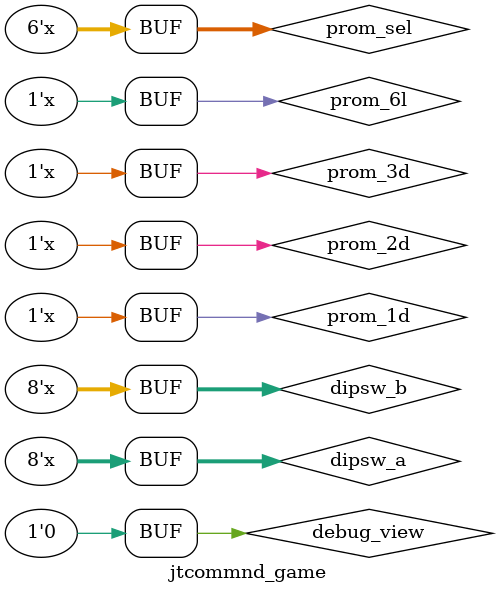
<source format=v>
/*  This file is part of JTCORES.
    JTCORES program is free software: you can redistribute it and/or modify
    it under the terms of the GNU General Public License as published by
    the Free Software Foundation, either version 3 of the License, or
    (at your option) any later version.

    JTCORES program is distributed in the hope that it will be useful,
    but WITHOUT ANY WARRANTY; without even the implied warranty of
    MERCHANTABILITY or FITNESS FOR A PARTICULAR PURPOSE.  See the
    GNU General Public License for more details.

    You should have received a copy of the GNU General Public License
    along with JTCORES.  If not, see <http://www.gnu.org/licenses/>.

    Author: Jose Tejada Gomez. Twitter: @topapate
    Version: 1.0
    Date: 29-6-2019 */


module jtcommnd_game(
    `include "jtframe_game_ports.inc" // see $JTFRAME/hdl/inc/jtframe_game_ports.inc
);

wire [ 8:0] V, H;
wire        HINIT, preLVBL, preLHBL;
wire [10:0] scr_hpos, scr_vpos;

wire [12:0] cpu_AB;
wire        flip;
wire [ 7:0] cpu_dout, char_dout, scr_dout;
wire        rd, cpu_cen, char_busy, scr_busy,
            char_cs, scr_cs, RnW;

wire [ 7:0] dipsw_a, dipsw_b;

// sound
wire sres_b, snd_int;
wire [7:0] snd_latch;

// OBJ
wire OKOUT, blcnten, bus_req, bus_ack;
wire [ 8:0] obj_AB;
wire [7:0] main_ram;

reg  [5:0] prom_sel;

wire LHBL_obj, LVBL_obj;
wire prom_1d = prom_sel[0];
wire prom_2d = prom_sel[1];
wire prom_3d = prom_sel[2];
// wire prom_1h = prom_sel[3];
// wire prom_6e = prom_sel[4];
wire prom_6l = prom_sel[5];

assign pxl2_cen = cen12;
assign pxl_cen  = cen6;

assign {dipsw_b, dipsw_a} = dipsw[15:0];
assign dip_flip = flip;
assign debug_view = 0;

jtgng_timer u_timer(
    .clk       ( clk      ),
    .cen6      ( cen6     ),
    .V         ( V        ),
    .H         ( H        ),
    .Hinit     ( HINIT    ),
    .LHBL      ( preLHBL  ),
    .LVBL      ( preLVBL  ),
    .LHBL_obj  ( LHBL_obj ),
    .LVBL_obj  ( LVBL_obj ),
    .HS        ( HS       ),
    .VS        ( VS       ),
    .Vinit     (          )
);

always @* begin
    prom_sel = 0;
    prom_sel[ prog_addr[10:8] ] = 1;
end

jtcommnd_main u_main(
    .rst        ( rst           ),
    .clk        ( clk           ),
    .cen6       ( cen6          ),
    .cen3       ( cen3          ),
    .cpu_cen    ( cpu_cen       ),
    .cen_sel     ( 1'b1         ),  // select 6 MHz see issue #22
    // Timing
    .flip       ( flip          ),
    .V          ( V             ),
    .LHBL       ( LHBL          ),
    .LVBL       ( LVBL          ),
    .H1         ( H[0]          ),
    // sound
    .sres_b     ( sres_b        ),
    .snd_latch  ( snd_latch     ),
    .snd_int    ( snd_int       ),
    // CHAR
    .char_dout  ( char_dout     ),
    .cpu_dout   ( cpu_dout      ),
    .char_cs    ( char_cs       ),
    .char_busy  ( char_busy     ),
    // SCROLL
    .scr_dout   ( scr_dout      ),
    .scr_cs     ( scr_cs        ),
    .scr_busy   ( scr_busy      ),
    .scr_hpos   ( scr_hpos      ),
    .scr_vpos   ( scr_vpos      ),
    // OBJ - bus sharing
    .obj_AB     ( obj_AB        ),
    .cpu_AB     ( cpu_AB        ),
    .ram_dout   ( main_ram      ),
    .OKOUT      ( OKOUT         ),
    .blcnten    ( blcnten       ),
    .bus_req    ( bus_req       ),
    .bus_ack    ( bus_ack       ),
    // ROM
    .rom_cs     ( main_cs       ),
    .rom_addr   ( main_addr     ),
    .rom_data   ( main_data     ),
    .rom_ok     ( main_ok       ),
    // Cabinet input
    .cab_1p     ( cab_1p[1:0]   ),
    .coin       ( coin[1:0]     ),
    .service    ( service       ),
    .joystick1  ( joystick1[5:0]),
    .joystick2  ( joystick2[5:0]),

    .RnW        ( RnW           ),
    // PROM 6L (interrupts)
    .prog_addr  ( prog_addr[7:0]),
    .prom_6l_we ( prom_6l       ),
    .prog_din   ( prog_data[3:0]),
    // DIP switches
    .dip_pause  ( dip_pause     ),
    .dipsw_a    ( dipsw_a       ),
    .dipsw_b    ( dipsw_b       ),
    // Unused pins
    .blue_cs     (              ),
    .redgreen_cs (              ),
    .char_on     (              ),
    .snd2_latch  (              ),
    .scr2_hpos   (              ),
    .scr1_on     (              ),
    .scr2_on     (              ),
    .obj_on      (              ),
    .scr1_pal    (              ),
    .scr2_pal    (              )
);

jtgng_sound #(.LAYOUT(1)) u_sound (
    .rst            ( rst            ),
    .clk            ( clk            ),
    .cen3           ( cen3           ),
    .cen1p5         ( cen1p5         ),
    // Interface with main CPU
    .sres_b         ( sres_b         ),
    .snd_latch      ( snd_latch      ),
    .snd_int        ( snd_int        ),
    // ROM
    .rom_addr       ( snd_addr       ),
    .rom_data       ( snd_data       ),
    .rom_cs         ( snd_cs         ),
    .rom_ok         ( snd_ok         ),
    // sound output
    .fm0            ( fm0            ),
    .fm1            ( fm1            ),
    .psg0           ( psg0           ),
    .psg1           ( psg1           ),
    // Unused
    .debug_bus      ( debug_bus      ),
    .debug_view     (                ),
    .mcu_sdin       ( 8'd0           ),
    .mcu_srd        (                ),
    .snd2_latch     (                )
);

jtgng_video #(
    .OBJ_PAL      (2'b10),
    .PALETTE_PROM (1),
    .SCRWIN       (0),
    .PALETTE_RED  ("../../../rom/commando/vtb1.1d"),
    .PALETTE_GREEN("../../../rom/commando/vtb2.2d"),
    .PALETTE_BLUE ("../../../rom/commando/vtb3.3d")
) u_video(
    .rst        ( rst           ),
    .clk        ( clk           ),
    .cen12      ( cen12         ),
    .cen6       ( cen6          ),
    .cpu_AB     ( cpu_AB[10:0]  ),
    .V          ( V[7:0]        ),
    .H          ( H             ),
    .RnW        ( RnW           ),
    .flip       ( flip          ),
    .cpu_dout   ( cpu_dout      ),
    // CHAR
    .char_cs    ( char_cs       ),
    .char_dout  ( char_dout     ),
    .char_addr  ( char_addr     ),
    .char_data  ( char_data     ),
    .char_busy  ( char_busy     ),
    .char_ok    ( char_ok       ),
    // SCROLL - ROM
    .scr_cs     ( scr_cs        ),
    .scr_dout   ( scr_dout      ),
    .scr_addr   ( scr_addr      ),
    .scr_data   ( scr_data[23:0]),
    .scr_busy   ( scr_busy      ),
    .scr_hpos   ( scr_hpos[8:0] ),
    .scr_vpos   ( scr_vpos[8:0] ),
    .scr_ok     ( scr_ok        ),
    // OBJ
    .HINIT      ( HINIT         ),
    .obj_AB     ( obj_AB        ),
    .main_ram   ( main_ram      ),
    .obj_addr   ( obj_addr      ),
    .obj_data   ( obj_data      ),
    .obj_ok     ( obj_ok        ),
    .OKOUT      ( OKOUT         ),
    .bus_req    ( bus_req       ), // Request bus
    .bus_ack    ( bus_ack       ), // bus acknowledge
    .blcnten    ( blcnten       ), // bus line counter enable
    // PROMs
    .prog_addr    ( prog_addr[7:0]),
    .prom_red_we  ( prom_1d       ),
    .prom_green_we( prom_2d       ),
    .prom_blue_we ( prom_3d       ),
    .prom_din     ( prog_data[3:0]),
    // Color Mix
    .LHBL       ( LHBL          ),
    .LVBL       ( LVBL          ),
    .LHBL_obj   ( LHBL_obj      ),
    .LVBL_obj   ( LVBL_obj      ),
    .preLHBL    ( preLHBL       ),
    .preLVBL    ( preLVBL       ),
    .gfx_en     ( gfx_en        ),
    .blue_cs    ( 1'b0          ),
    .redgreen_cs( 1'b0          ),
    // Pixel Output
    .red        ( red           ),
    .green      ( green         ),
    .blue       ( blue          )
);

endmodule

</source>
